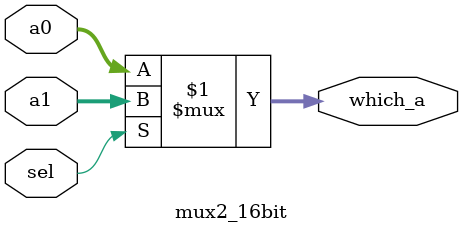
<source format=v>

module mux2_16bit(sel, a0, a1, 
					which_a);
	input wire sel;
	input wire[15:0] a0, a1;
	output wire[15:0] which_a;

	assign which_a = sel ? a1 : a0;

endmodule // mux2_16bit
</source>
